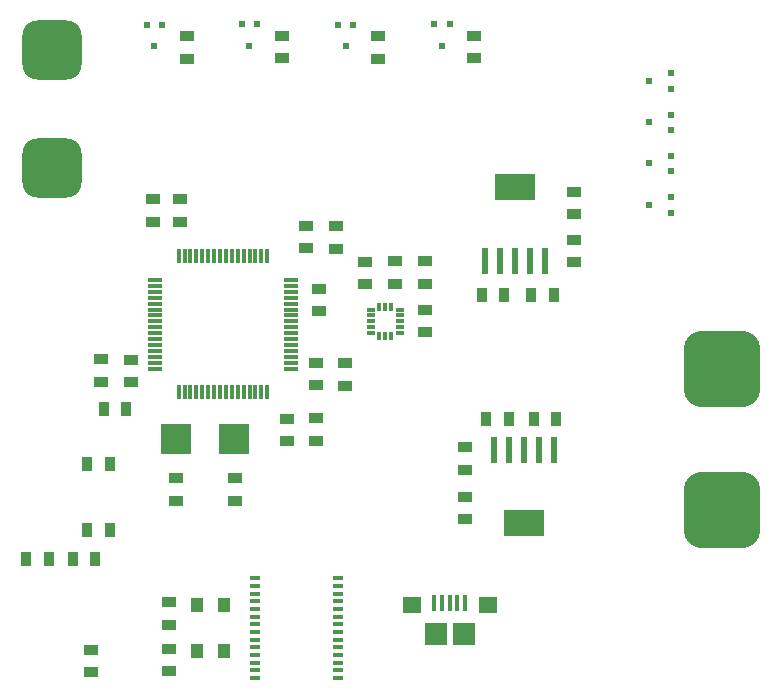
<source format=gtp>
G04 Layer_Color=8421504*
%FSLAX44Y44*%
%MOMM*%
G71*
G01*
G75*
%ADD10R,0.6000X2.2000*%
%ADD11R,3.5000X2.2000*%
%ADD12R,1.1000X1.2500*%
%ADD13R,0.3000X0.7000*%
%ADD14R,0.7000X0.3000*%
%ADD15R,1.3000X0.9000*%
%ADD16R,0.9000X1.3000*%
%ADD17R,0.5000X0.6000*%
%ADD18R,0.6000X0.5000*%
%ADD19R,0.9500X0.4000*%
%ADD20R,1.6000X1.4000*%
%ADD21R,1.9000X1.9000*%
%ADD22R,0.4000X1.3500*%
G04:AMPARAMS|DCode=23|XSize=5mm|YSize=5mm|CornerRadius=1.25mm|HoleSize=0mm|Usage=FLASHONLY|Rotation=90.000|XOffset=0mm|YOffset=0mm|HoleType=Round|Shape=RoundedRectangle|*
%AMROUNDEDRECTD23*
21,1,5.0000,2.5000,0,0,90.0*
21,1,2.5000,5.0000,0,0,90.0*
1,1,2.5000,1.2500,1.2500*
1,1,2.5000,1.2500,-1.2500*
1,1,2.5000,-1.2500,-1.2500*
1,1,2.5000,-1.2500,1.2500*
%
%ADD23ROUNDEDRECTD23*%
G04:AMPARAMS|DCode=24|XSize=6.5mm|YSize=6.5mm|CornerRadius=1.625mm|HoleSize=0mm|Usage=FLASHONLY|Rotation=90.000|XOffset=0mm|YOffset=0mm|HoleType=Round|Shape=RoundedRectangle|*
%AMROUNDEDRECTD24*
21,1,6.5000,3.2500,0,0,90.0*
21,1,3.2500,6.5000,0,0,90.0*
1,1,3.2500,1.6250,1.6250*
1,1,3.2500,1.6250,-1.6250*
1,1,3.2500,-1.6250,-1.6250*
1,1,3.2500,-1.6250,1.6250*
%
%ADD24ROUNDEDRECTD24*%
%ADD25R,1.2000X0.3000*%
%ADD26R,0.3000X1.2000*%
%ADD27R,2.5000X2.6000*%
D10*
X92100Y-109000D02*
D03*
X104800D02*
D03*
X117500D02*
D03*
X130200D02*
D03*
X142900D02*
D03*
X135400Y51500D02*
D03*
X122700D02*
D03*
X110000D02*
D03*
X97300D02*
D03*
X84600D02*
D03*
D11*
X117500Y-171000D02*
D03*
X110000Y113500D02*
D03*
D12*
X-159750Y-240000D02*
D03*
X-136250D02*
D03*
X-159750Y-279000D02*
D03*
X-136250D02*
D03*
D13*
X-5000Y12250D02*
D03*
X0D02*
D03*
X5000D02*
D03*
Y-12250D02*
D03*
X0D02*
D03*
X-5000D02*
D03*
D14*
X12250Y10000D02*
D03*
Y5000D02*
D03*
Y0D02*
D03*
Y-5000D02*
D03*
Y-10000D02*
D03*
X-12250D02*
D03*
Y-5000D02*
D03*
Y0D02*
D03*
Y5000D02*
D03*
Y10000D02*
D03*
D15*
X-177500Y-133000D02*
D03*
Y-152000D02*
D03*
X-127500Y-133000D02*
D03*
Y-152000D02*
D03*
X-249000Y-297000D02*
D03*
Y-278000D02*
D03*
X-17000Y31500D02*
D03*
Y50500D02*
D03*
X34000Y-9000D02*
D03*
Y10000D02*
D03*
X8491Y31982D02*
D03*
Y50982D02*
D03*
X34000Y32000D02*
D03*
Y51000D02*
D03*
X-34000Y-35500D02*
D03*
Y-54500D02*
D03*
X-58995Y-34982D02*
D03*
Y-53982D02*
D03*
X-59000Y-82000D02*
D03*
Y-101000D02*
D03*
X-83495Y-82482D02*
D03*
Y-101482D02*
D03*
X-240505Y-51001D02*
D03*
Y-32001D02*
D03*
X-215000Y-51500D02*
D03*
Y-32500D02*
D03*
X-173497Y103501D02*
D03*
Y84501D02*
D03*
X-197000Y103500D02*
D03*
Y84500D02*
D03*
X-67003Y61999D02*
D03*
Y80999D02*
D03*
X-42000Y61500D02*
D03*
Y80500D02*
D03*
X-56000Y27500D02*
D03*
Y8500D02*
D03*
X-6000Y241500D02*
D03*
Y222500D02*
D03*
X-168000Y241500D02*
D03*
Y222500D02*
D03*
X-87500Y242000D02*
D03*
Y223000D02*
D03*
X75000Y242000D02*
D03*
Y223000D02*
D03*
X67500Y-125500D02*
D03*
Y-106500D02*
D03*
Y-167500D02*
D03*
Y-148500D02*
D03*
X160000Y69000D02*
D03*
Y50000D02*
D03*
Y109500D02*
D03*
Y90500D02*
D03*
X-183000Y-277000D02*
D03*
Y-296000D02*
D03*
Y-238000D02*
D03*
Y-257000D02*
D03*
D16*
X81500Y22500D02*
D03*
X100500D02*
D03*
X85500Y-82500D02*
D03*
X104500D02*
D03*
X144500Y-82500D02*
D03*
X125500D02*
D03*
X142500Y22500D02*
D03*
X123500D02*
D03*
X-219500Y-74000D02*
D03*
X-238500D02*
D03*
X-285000Y-201000D02*
D03*
X-304000D02*
D03*
X-245500D02*
D03*
X-264500D02*
D03*
X-233500Y-177000D02*
D03*
X-252500D02*
D03*
X-252500Y-121000D02*
D03*
X-233500D02*
D03*
D17*
X-115150Y233500D02*
D03*
X-121500Y251500D02*
D03*
X-108500D02*
D03*
X47850Y233500D02*
D03*
X41500Y251500D02*
D03*
X54500D02*
D03*
X-195650Y233000D02*
D03*
X-202000Y251000D02*
D03*
X-189000D02*
D03*
X-33650Y233000D02*
D03*
X-40000Y251000D02*
D03*
X-27000D02*
D03*
D18*
X223500Y98650D02*
D03*
X241500Y105000D02*
D03*
Y92000D02*
D03*
X223500Y203650D02*
D03*
X241500Y210000D02*
D03*
Y197000D02*
D03*
X223500Y133650D02*
D03*
X241500Y140000D02*
D03*
Y127000D02*
D03*
X223500Y168650D02*
D03*
X241500Y175000D02*
D03*
Y162000D02*
D03*
D19*
X-110000Y-302000D02*
D03*
Y-295500D02*
D03*
Y-289000D02*
D03*
Y-282500D02*
D03*
Y-276000D02*
D03*
Y-269500D02*
D03*
Y-263000D02*
D03*
Y-256500D02*
D03*
Y-250000D02*
D03*
Y-243500D02*
D03*
Y-237000D02*
D03*
Y-230500D02*
D03*
Y-224000D02*
D03*
Y-217500D02*
D03*
X-40000D02*
D03*
Y-224000D02*
D03*
Y-230500D02*
D03*
Y-237000D02*
D03*
Y-243500D02*
D03*
Y-250000D02*
D03*
Y-256500D02*
D03*
Y-263000D02*
D03*
Y-269500D02*
D03*
Y-276000D02*
D03*
Y-282500D02*
D03*
Y-289000D02*
D03*
Y-295500D02*
D03*
Y-302000D02*
D03*
D20*
X86500Y-240500D02*
D03*
X22500D02*
D03*
D21*
X42500Y-265000D02*
D03*
X66500D02*
D03*
D22*
X67500Y-238250D02*
D03*
X61000D02*
D03*
X54500D02*
D03*
X48000D02*
D03*
X41500D02*
D03*
D23*
X-282500Y130000D02*
D03*
Y230000D02*
D03*
D24*
X285000Y-160000D02*
D03*
Y-40000D02*
D03*
D25*
X-195000Y35000D02*
D03*
Y30000D02*
D03*
Y25000D02*
D03*
Y20000D02*
D03*
Y15000D02*
D03*
Y10000D02*
D03*
Y5000D02*
D03*
Y0D02*
D03*
Y-5000D02*
D03*
Y-10000D02*
D03*
Y-15000D02*
D03*
Y-20000D02*
D03*
Y-25000D02*
D03*
Y-30000D02*
D03*
Y-35000D02*
D03*
Y-40000D02*
D03*
X-80000D02*
D03*
Y-35000D02*
D03*
Y-30000D02*
D03*
Y-25000D02*
D03*
Y-20000D02*
D03*
Y-15000D02*
D03*
Y-10000D02*
D03*
Y-5000D02*
D03*
Y0D02*
D03*
Y5000D02*
D03*
Y10000D02*
D03*
Y15000D02*
D03*
Y20000D02*
D03*
Y25000D02*
D03*
Y30000D02*
D03*
Y35000D02*
D03*
D26*
X-175000Y-60000D02*
D03*
X-170000D02*
D03*
X-165000D02*
D03*
X-160000D02*
D03*
X-155000D02*
D03*
X-150000D02*
D03*
X-145000D02*
D03*
X-140000D02*
D03*
X-135000D02*
D03*
X-130000D02*
D03*
X-125000D02*
D03*
X-120000D02*
D03*
X-115000D02*
D03*
X-110000D02*
D03*
X-105000D02*
D03*
X-100000D02*
D03*
Y55000D02*
D03*
X-105000D02*
D03*
X-110000D02*
D03*
X-115000D02*
D03*
X-120000D02*
D03*
X-125000D02*
D03*
X-130000D02*
D03*
X-135000D02*
D03*
X-140000D02*
D03*
X-145000D02*
D03*
X-150000D02*
D03*
X-155000D02*
D03*
X-160000D02*
D03*
X-165000D02*
D03*
X-170000D02*
D03*
X-175000D02*
D03*
D27*
X-176999Y-100008D02*
D03*
X-127999D02*
D03*
M02*

</source>
